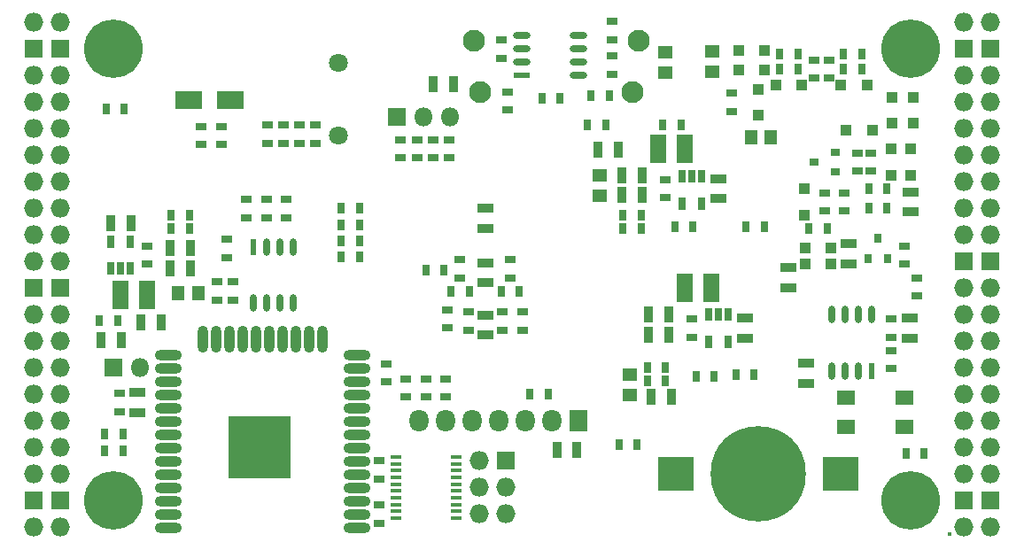
<source format=gbs>
G04 #@! TF.GenerationSoftware,KiCad,Pcbnew,5.0.0-rc2+dfsg1-2*
G04 #@! TF.CreationDate,2018-06-06T21:24:22+02:00*
G04 #@! TF.ProjectId,ulx3s,756C7833732E6B696361645F70636200,rev?*
G04 #@! TF.SameCoordinates,Original*
G04 #@! TF.FileFunction,Soldermask,Bot*
G04 #@! TF.FilePolarity,Negative*
%FSLAX46Y46*%
G04 Gerber Fmt 4.6, Leading zero omitted, Abs format (unit mm)*
G04 Created by KiCad (PCBNEW 5.0.0-rc2+dfsg1-2) date Wed Jun  6 21:24:22 2018*
%MOMM*%
%LPD*%
G01*
G04 APERTURE LIST*
%ADD10O,1.827200X1.827200*%
%ADD11R,1.727200X1.727200*%
%ADD12R,0.700000X1.200000*%
%ADD13C,5.600000*%
%ADD14R,1.000000X0.400000*%
%ADD15R,1.727200X2.032000*%
%ADD16O,1.827200X2.132000*%
%ADD17R,3.500000X3.300000*%
%ADD18C,9.100000*%
%ADD19C,1.800000*%
%ADD20R,0.600000X1.550000*%
%ADD21O,0.700000X1.650000*%
%ADD22O,2.600000X1.000000*%
%ADD23O,1.000000X2.600000*%
%ADD24R,6.000000X6.000000*%
%ADD25R,1.800000X1.400000*%
%ADD26R,0.970000X1.500000*%
%ADD27R,0.670000X1.000000*%
%ADD28R,1.500000X0.970000*%
%ADD29R,1.000000X0.670000*%
%ADD30C,2.100000*%
%ADD31R,1.000000X1.000000*%
%ADD32C,0.400000*%
%ADD33R,1.700000X1.700000*%
%ADD34O,1.800000X1.800000*%
%ADD35R,1.550000X0.600000*%
%ADD36O,1.650000X0.700000*%
%ADD37R,1.500000X2.700000*%
%ADD38R,1.295000X1.400000*%
%ADD39R,1.400000X1.295000*%
%ADD40R,2.500000X1.800000*%
%ADD41R,0.800000X0.900000*%
%ADD42R,0.900000X0.800000*%
G04 APERTURE END LIST*
D10*
G04 #@! TO.C,J1*
X97910000Y-62690000D03*
X95370000Y-62690000D03*
D11*
X97910000Y-65230000D03*
X95370000Y-65230000D03*
D10*
X97910000Y-67770000D03*
X95370000Y-67770000D03*
X97910000Y-70310000D03*
X95370000Y-70310000D03*
X97910000Y-72850000D03*
X95370000Y-72850000D03*
X97910000Y-75390000D03*
X95370000Y-75390000D03*
X97910000Y-77930000D03*
X95370000Y-77930000D03*
X97910000Y-80470000D03*
X95370000Y-80470000D03*
X97910000Y-83010000D03*
X95370000Y-83010000D03*
X97910000Y-85550000D03*
X95370000Y-85550000D03*
D11*
X97910000Y-88090000D03*
X95370000Y-88090000D03*
D10*
X97910000Y-90630000D03*
X95370000Y-90630000D03*
X97910000Y-93170000D03*
X95370000Y-93170000D03*
X97910000Y-95710000D03*
X95370000Y-95710000D03*
X97910000Y-98250000D03*
X95370000Y-98250000D03*
X97910000Y-100790000D03*
X95370000Y-100790000D03*
X97910000Y-103330000D03*
X95370000Y-103330000D03*
X97910000Y-105870000D03*
X95370000Y-105870000D03*
D11*
X97910000Y-108410000D03*
X95370000Y-108410000D03*
D10*
X97910000Y-110950000D03*
X95370000Y-110950000D03*
G04 #@! TD*
D12*
G04 #@! TO.C,U3*
X159825000Y-90600000D03*
X160775000Y-90600000D03*
X161725000Y-90600000D03*
X161725000Y-93200000D03*
X159825000Y-93200000D03*
G04 #@! TD*
G04 #@! TO.C,U4*
X104575000Y-86215000D03*
X103625000Y-86215000D03*
X102675000Y-86215000D03*
X102675000Y-83615000D03*
X104575000Y-83615000D03*
G04 #@! TD*
G04 #@! TO.C,U5*
X157285000Y-77392000D03*
X158235000Y-77392000D03*
X159185000Y-77392000D03*
X159185000Y-79992000D03*
X157285000Y-79992000D03*
G04 #@! TD*
D10*
G04 #@! TO.C,J2*
X184270000Y-110950000D03*
X186810000Y-110950000D03*
D11*
X184270000Y-108410000D03*
X186810000Y-108410000D03*
D10*
X184270000Y-105870000D03*
X186810000Y-105870000D03*
X184270000Y-103330000D03*
X186810000Y-103330000D03*
X184270000Y-100790000D03*
X186810000Y-100790000D03*
X184270000Y-98250000D03*
X186810000Y-98250000D03*
X184270000Y-95710000D03*
X186810000Y-95710000D03*
X184270000Y-93170000D03*
X186810000Y-93170000D03*
X184270000Y-90630000D03*
X186810000Y-90630000D03*
X184270000Y-88090000D03*
X186810000Y-88090000D03*
D11*
X184270000Y-85550000D03*
X186810000Y-85550000D03*
D10*
X184270000Y-83010000D03*
X186810000Y-83010000D03*
X184270000Y-80470000D03*
X186810000Y-80470000D03*
X184270000Y-77930000D03*
X186810000Y-77930000D03*
X184270000Y-75390000D03*
X186810000Y-75390000D03*
X184270000Y-72850000D03*
X186810000Y-72850000D03*
X184270000Y-70310000D03*
X186810000Y-70310000D03*
X184270000Y-67770000D03*
X186810000Y-67770000D03*
D11*
X184270000Y-65230000D03*
X186810000Y-65230000D03*
D10*
X184270000Y-62690000D03*
X186810000Y-62690000D03*
G04 #@! TD*
D13*
G04 #@! TO.C,H1*
X102990000Y-108410000D03*
G04 #@! TD*
G04 #@! TO.C,H2*
X179190000Y-108410000D03*
G04 #@! TD*
G04 #@! TO.C,H3*
X179190000Y-65230000D03*
G04 #@! TD*
G04 #@! TO.C,H4*
X102990000Y-65230000D03*
G04 #@! TD*
D14*
G04 #@! TO.C,U6*
X135735000Y-104215000D03*
X135735000Y-104865000D03*
X135735000Y-105515000D03*
X135735000Y-106165000D03*
X135735000Y-106815000D03*
X135735000Y-107465000D03*
X135735000Y-108115000D03*
X135735000Y-108765000D03*
X135735000Y-109415000D03*
X135735000Y-110065000D03*
X129935000Y-110065000D03*
X129935000Y-109415000D03*
X129935000Y-108765000D03*
X129935000Y-108115000D03*
X129935000Y-107465000D03*
X129935000Y-106815000D03*
X129935000Y-106165000D03*
X129935000Y-105515000D03*
X129935000Y-104865000D03*
X129935000Y-104215000D03*
G04 #@! TD*
D11*
G04 #@! TO.C,J4*
X140455000Y-104600000D03*
D10*
X137915000Y-104600000D03*
X140455000Y-107140000D03*
X137915000Y-107140000D03*
X140455000Y-109680000D03*
X137915000Y-109680000D03*
G04 #@! TD*
D15*
G04 #@! TO.C,OLED1*
X147440000Y-100790000D03*
D16*
X144900000Y-100790000D03*
X142360000Y-100790000D03*
X139820000Y-100790000D03*
X137280000Y-100790000D03*
X134740000Y-100790000D03*
X132200000Y-100790000D03*
G04 #@! TD*
D17*
G04 #@! TO.C,BAT1*
X172485000Y-105870000D03*
X156685000Y-105870000D03*
D18*
X164585000Y-105870000D03*
G04 #@! TD*
D19*
G04 #@! TO.C,AUDIO1*
X124468000Y-66518000D03*
X124468000Y-73518000D03*
G04 #@! TD*
D20*
G04 #@! TO.C,U7*
X175395000Y-96015000D03*
D21*
X174125000Y-96015000D03*
X172855000Y-96015000D03*
X171585000Y-96015000D03*
X171585000Y-90615000D03*
X172855000Y-90615000D03*
X174125000Y-90615000D03*
X175395000Y-90615000D03*
G04 #@! TD*
D20*
G04 #@! TO.C,U10*
X116325000Y-84120000D03*
D21*
X117595000Y-84120000D03*
X118865000Y-84120000D03*
X120135000Y-84120000D03*
X120135000Y-89520000D03*
X118865000Y-89520000D03*
X117595000Y-89520000D03*
X116325000Y-89520000D03*
G04 #@! TD*
D22*
G04 #@! TO.C,U9*
X126230000Y-111000000D03*
X126230000Y-109730000D03*
X126230000Y-108460000D03*
X126230000Y-107190000D03*
X126230000Y-105920000D03*
X126230000Y-104650000D03*
X126230000Y-103380000D03*
X126230000Y-102110000D03*
X126230000Y-100840000D03*
X126230000Y-99570000D03*
X126230000Y-98300000D03*
X126230000Y-97030000D03*
X126230000Y-95760000D03*
X126230000Y-94490000D03*
D23*
X122945000Y-93000000D03*
X121675000Y-93000000D03*
X120405000Y-93000000D03*
X119135000Y-93000000D03*
X117865000Y-93000000D03*
X116595000Y-93000000D03*
X115325000Y-93000000D03*
X114055000Y-93000000D03*
X112785000Y-93000000D03*
X111515000Y-93000000D03*
D22*
X108230000Y-94490000D03*
X108230000Y-95760000D03*
X108230000Y-97030000D03*
X108230000Y-98300000D03*
X108230000Y-99570000D03*
X108230000Y-100840000D03*
X108230000Y-102110000D03*
X108230000Y-103380000D03*
X108230000Y-104650000D03*
X108230000Y-105920000D03*
X108230000Y-107190000D03*
X108230000Y-108460000D03*
X108230000Y-109730000D03*
X108230000Y-111000000D03*
D24*
X116930000Y-103300000D03*
G04 #@! TD*
D25*
G04 #@! TO.C,Y2*
X178576000Y-98522000D03*
X172976000Y-98522000D03*
X172976000Y-101322000D03*
X178576000Y-101322000D03*
G04 #@! TD*
D26*
G04 #@! TO.C,C47*
X133546000Y-68550000D03*
X135456000Y-68550000D03*
G04 #@! TD*
G04 #@! TO.C,C1*
X102748500Y-81885000D03*
X104658500Y-81885000D03*
G04 #@! TD*
D27*
G04 #@! TO.C,C2*
X153985000Y-96910000D03*
X155735000Y-96910000D03*
G04 #@! TD*
D26*
G04 #@! TO.C,C3*
X156015000Y-90630000D03*
X154105000Y-90630000D03*
G04 #@! TD*
G04 #@! TO.C,C4*
X154105000Y-92535000D03*
X156015000Y-92535000D03*
G04 #@! TD*
D28*
G04 #@! TO.C,C5*
X163315000Y-90945000D03*
X163315000Y-92855000D03*
G04 #@! TD*
D27*
G04 #@! TO.C,C6*
X151645000Y-82375000D03*
X153395000Y-82375000D03*
G04 #@! TD*
D26*
G04 #@! TO.C,C7*
X153475000Y-79200000D03*
X151565000Y-79200000D03*
G04 #@! TD*
G04 #@! TO.C,C8*
X153475000Y-77295000D03*
X151565000Y-77295000D03*
G04 #@! TD*
D28*
G04 #@! TO.C,C9*
X160775000Y-79520000D03*
X160775000Y-77610000D03*
G04 #@! TD*
D27*
G04 #@! TO.C,C10*
X108465000Y-81105000D03*
X110215000Y-81105000D03*
G04 #@! TD*
D26*
G04 #@! TO.C,C11*
X108385000Y-84280000D03*
X110295000Y-84280000D03*
G04 #@! TD*
G04 #@! TO.C,C12*
X110295000Y-86185000D03*
X108385000Y-86185000D03*
G04 #@! TD*
D28*
G04 #@! TO.C,C13*
X173221000Y-83833000D03*
X173221000Y-85743000D03*
G04 #@! TD*
D29*
G04 #@! TO.C,C14*
X175380000Y-76900000D03*
X175380000Y-75150000D03*
G04 #@! TD*
D28*
G04 #@! TO.C,C15*
X105276000Y-99967000D03*
X105276000Y-98057000D03*
G04 #@! TD*
G04 #@! TO.C,C16*
X167506000Y-88029000D03*
X167506000Y-86119000D03*
G04 #@! TD*
G04 #@! TO.C,C17*
X138500000Y-90665000D03*
X138500000Y-92575000D03*
G04 #@! TD*
D29*
G04 #@! TO.C,C18*
X150589600Y-64359000D03*
X150589600Y-62609000D03*
G04 #@! TD*
D28*
G04 #@! TO.C,C19*
X138500000Y-82375000D03*
X138500000Y-80465000D03*
G04 #@! TD*
G04 #@! TO.C,C20*
X138500000Y-87575000D03*
X138500000Y-85665000D03*
G04 #@! TD*
D26*
G04 #@! TO.C,C21*
X103706000Y-93061000D03*
X101796000Y-93061000D03*
G04 #@! TD*
G04 #@! TO.C,C22*
X154359000Y-98504000D03*
X156269000Y-98504000D03*
G04 #@! TD*
G04 #@! TO.C,C23*
X105591000Y-91392000D03*
X107501000Y-91392000D03*
G04 #@! TD*
G04 #@! TO.C,C24*
X151189000Y-74882000D03*
X149279000Y-74882000D03*
G04 #@! TD*
D29*
G04 #@! TO.C,C25*
X140900000Y-87095000D03*
X140900000Y-85345000D03*
G04 #@! TD*
G04 #@! TO.C,C26*
X136100000Y-87095000D03*
X136100000Y-85345000D03*
G04 #@! TD*
G04 #@! TO.C,C27*
X136900000Y-92095000D03*
X136900000Y-90345000D03*
G04 #@! TD*
G04 #@! TO.C,C28*
X140100000Y-90345000D03*
X140100000Y-92095000D03*
G04 #@! TD*
G04 #@! TO.C,C29*
X142100000Y-92095000D03*
X142100000Y-90345000D03*
G04 #@! TD*
G04 #@! TO.C,C30*
X134900000Y-90145000D03*
X134900000Y-91895000D03*
G04 #@! TD*
D27*
G04 #@! TO.C,C31*
X135225000Y-88420000D03*
X136975000Y-88420000D03*
G04 #@! TD*
G04 #@! TO.C,C32*
X140025000Y-88420000D03*
X141775000Y-88420000D03*
G04 #@! TD*
G04 #@! TO.C,C33*
X163425000Y-82220000D03*
X165175000Y-82220000D03*
G04 #@! TD*
G04 #@! TO.C,C34*
X158375000Y-82220000D03*
X156625000Y-82220000D03*
G04 #@! TD*
D29*
G04 #@! TO.C,C35*
X177300000Y-94025000D03*
X177300000Y-95775000D03*
G04 #@! TD*
D26*
G04 #@! TO.C,C46*
X145342000Y-103584000D03*
X147252000Y-103584000D03*
G04 #@! TD*
D27*
G04 #@! TO.C,C48*
X103995000Y-70963000D03*
X102245000Y-70963000D03*
G04 #@! TD*
G04 #@! TO.C,C49*
X103372000Y-91156000D03*
X101622000Y-91156000D03*
G04 #@! TD*
D29*
G04 #@! TO.C,C50*
X179713000Y-88856000D03*
X179713000Y-87106000D03*
G04 #@! TD*
D27*
G04 #@! TO.C,C51*
X180473000Y-103856000D03*
X178723000Y-103856000D03*
G04 #@! TD*
G04 #@! TO.C,C52*
X158645000Y-96490000D03*
X160395000Y-96490000D03*
G04 #@! TD*
G04 #@! TO.C,C53*
X132827200Y-86330000D03*
X134577200Y-86330000D03*
G04 #@! TD*
D28*
G04 #@! TO.C,C54*
X169172000Y-95281000D03*
X169172000Y-97191000D03*
G04 #@! TD*
G04 #@! TO.C,D11*
X179190000Y-80790000D03*
X179190000Y-78880000D03*
G04 #@! TD*
D30*
G04 #@! TO.C,GPDI1*
X152546000Y-69312000D03*
X138046000Y-69312000D03*
X153146000Y-64412000D03*
X137446000Y-64412000D03*
G04 #@! TD*
D31*
G04 #@! TO.C,D10*
X169050000Y-84280000D03*
X171550000Y-84280000D03*
G04 #@! TD*
G04 #@! TO.C,D12*
X169030000Y-78585000D03*
X169030000Y-81085000D03*
G04 #@! TD*
G04 #@! TO.C,D13*
X171550000Y-85804000D03*
X169050000Y-85804000D03*
G04 #@! TD*
G04 #@! TO.C,D14*
X179190000Y-74775000D03*
X179190000Y-77275000D03*
G04 #@! TD*
G04 #@! TO.C,D15*
X177285000Y-77275000D03*
X177285000Y-74775000D03*
G04 #@! TD*
G04 #@! TO.C,D16*
X172987000Y-72977000D03*
X175487000Y-72977000D03*
G04 #@! TD*
G04 #@! TO.C,D17*
X164585000Y-69060000D03*
X164585000Y-71560000D03*
G04 #@! TD*
G04 #@! TO.C,D20*
X168756000Y-68659000D03*
X166256000Y-68659000D03*
G04 #@! TD*
G04 #@! TO.C,D21*
X174979000Y-68659000D03*
X172479000Y-68659000D03*
G04 #@! TD*
G04 #@! TO.C,D23*
X165200000Y-67262000D03*
X162700000Y-67262000D03*
G04 #@! TD*
G04 #@! TO.C,D24*
X162700000Y-65357000D03*
X165200000Y-65357000D03*
G04 #@! TD*
G04 #@! TO.C,D25*
X177412000Y-72322000D03*
X177412000Y-69822000D03*
G04 #@! TD*
G04 #@! TO.C,D26*
X179444000Y-69822000D03*
X179444000Y-72322000D03*
G04 #@! TD*
D32*
G04 #@! TO.C,AE1*
X182888000Y-111603000D03*
G04 #@! TD*
D29*
G04 #@! TO.C,R49*
X113277000Y-74360000D03*
X113277000Y-72610000D03*
G04 #@! TD*
G04 #@! TO.C,R50*
X111372000Y-72610000D03*
X111372000Y-74360000D03*
G04 #@! TD*
D27*
G04 #@! TO.C,R51*
X155455000Y-72487000D03*
X157205000Y-72487000D03*
G04 #@! TD*
D29*
G04 #@! TO.C,R52*
X171331000Y-66278000D03*
X171331000Y-68028000D03*
G04 #@! TD*
G04 #@! TO.C,R53*
X169919000Y-68028000D03*
X169919000Y-66278000D03*
G04 #@! TD*
D27*
G04 #@! TO.C,R54*
X174477000Y-65738000D03*
X172727000Y-65738000D03*
G04 #@! TD*
D29*
G04 #@! TO.C,R56*
X128390000Y-106321000D03*
X128390000Y-104571000D03*
G04 #@! TD*
G04 #@! TO.C,R57*
X117722000Y-72483000D03*
X117722000Y-74233000D03*
G04 #@! TD*
G04 #@! TO.C,R58*
X119246000Y-74233000D03*
X119246000Y-72483000D03*
G04 #@! TD*
G04 #@! TO.C,R59*
X120770000Y-72483000D03*
X120770000Y-74233000D03*
G04 #@! TD*
G04 #@! TO.C,R60*
X122294000Y-74233000D03*
X122294000Y-72483000D03*
G04 #@! TD*
D27*
G04 #@! TO.C,R61*
X145655000Y-69900000D03*
X143905000Y-69900000D03*
G04 #@! TD*
D33*
G04 #@! TO.C,J3*
X102990000Y-95710000D03*
D34*
X105530000Y-95710000D03*
G04 #@! TD*
D33*
G04 #@! TO.C,J5*
X130056000Y-71725000D03*
D34*
X132596000Y-71725000D03*
X135136000Y-71725000D03*
G04 #@! TD*
D27*
G04 #@! TO.C,R40*
X166631000Y-65738000D03*
X168381000Y-65738000D03*
G04 #@! TD*
D29*
G04 #@! TO.C,R55*
X134740000Y-96740000D03*
X134740000Y-98490000D03*
G04 #@! TD*
D35*
G04 #@! TO.C,U11*
X141980000Y-67706500D03*
D36*
X141980000Y-66436500D03*
X141980000Y-65166500D03*
X141980000Y-63896500D03*
X147380000Y-63896500D03*
X147380000Y-65166500D03*
X147380000Y-66436500D03*
X147380000Y-67706500D03*
G04 #@! TD*
D28*
G04 #@! TO.C,C55*
X179078000Y-90963000D03*
X179078000Y-92873000D03*
G04 #@! TD*
D29*
G04 #@! TO.C,R65*
X177300000Y-92793000D03*
X177300000Y-91043000D03*
G04 #@! TD*
D37*
G04 #@! TO.C,L1*
X160140000Y-88090000D03*
X157600000Y-88090000D03*
G04 #@! TD*
G04 #@! TO.C,L2*
X103625000Y-88725000D03*
X106165000Y-88725000D03*
G04 #@! TD*
G04 #@! TO.C,L3*
X155060000Y-74755000D03*
X157600000Y-74755000D03*
G04 #@! TD*
D27*
G04 #@! TO.C,R1*
X171175000Y-82375000D03*
X169425000Y-82375000D03*
G04 #@! TD*
D29*
G04 #@! TO.C,R2*
X172840000Y-78960000D03*
X172840000Y-80710000D03*
G04 #@! TD*
G04 #@! TO.C,R3*
X162045000Y-71185000D03*
X162045000Y-69435000D03*
G04 #@! TD*
D27*
G04 #@! TO.C,R4*
X176890000Y-80470000D03*
X175140000Y-80470000D03*
G04 #@! TD*
D29*
G04 #@! TO.C,R5*
X174110000Y-75150000D03*
X174110000Y-76900000D03*
G04 #@! TD*
G04 #@! TO.C,R6*
X178555000Y-85790000D03*
X178555000Y-84040000D03*
G04 #@! TD*
G04 #@! TO.C,R7*
X113785000Y-85155000D03*
X113785000Y-83405000D03*
G04 #@! TD*
G04 #@! TO.C,R8*
X170935000Y-80710000D03*
X170935000Y-78960000D03*
G04 #@! TD*
G04 #@! TO.C,R9*
X128390000Y-110555000D03*
X128390000Y-108805000D03*
G04 #@! TD*
D27*
G04 #@! TO.C,R10*
X151264000Y-103076000D03*
X153014000Y-103076000D03*
G04 #@! TD*
D29*
G04 #@! TO.C,R11*
X119500000Y-81345000D03*
X119500000Y-79595000D03*
G04 #@! TD*
G04 #@! TO.C,R12*
X114420000Y-89219000D03*
X114420000Y-87469000D03*
G04 #@! TD*
D27*
G04 #@! TO.C,R13*
X175140000Y-78565000D03*
X176890000Y-78565000D03*
G04 #@! TD*
G04 #@! TO.C,R14*
X124721000Y-85060000D03*
X126471000Y-85060000D03*
G04 #@! TD*
G04 #@! TO.C,R15*
X126471000Y-83536000D03*
X124721000Y-83536000D03*
G04 #@! TD*
G04 #@! TO.C,R16*
X124721000Y-82012000D03*
X126471000Y-82012000D03*
G04 #@! TD*
G04 #@! TO.C,R17*
X126471000Y-80470000D03*
X124721000Y-80470000D03*
G04 #@! TD*
D29*
G04 #@! TO.C,R18*
X130422000Y-73898000D03*
X130422000Y-75648000D03*
G04 #@! TD*
G04 #@! TO.C,R19*
X131961000Y-73898000D03*
X131961000Y-75648000D03*
G04 #@! TD*
G04 #@! TO.C,R20*
X133485000Y-73898000D03*
X133485000Y-75648000D03*
G04 #@! TD*
G04 #@! TO.C,R21*
X135009000Y-75648000D03*
X135009000Y-73898000D03*
G04 #@! TD*
G04 #@! TO.C,R22*
X140025500Y-66105000D03*
X140025500Y-64355000D03*
G04 #@! TD*
G04 #@! TO.C,R23*
X140597000Y-71076000D03*
X140597000Y-69326000D03*
G04 #@! TD*
G04 #@! TO.C,R24*
X150615000Y-67647000D03*
X150615000Y-65897000D03*
G04 #@! TD*
D27*
G04 #@! TO.C,R25*
X148300000Y-72487000D03*
X150050000Y-72487000D03*
G04 #@! TD*
G04 #@! TO.C,R26*
X150362000Y-69693000D03*
X148612000Y-69693000D03*
G04 #@! TD*
D29*
G04 #@! TO.C,R27*
X129025000Y-95300000D03*
X129025000Y-97050000D03*
G04 #@! TD*
G04 #@! TO.C,R28*
X117595000Y-79595000D03*
X117595000Y-81345000D03*
G04 #@! TD*
G04 #@! TO.C,R29*
X112896000Y-89219000D03*
X112896000Y-87469000D03*
G04 #@! TD*
G04 #@! TO.C,R30*
X115690000Y-79595000D03*
X115690000Y-81345000D03*
G04 #@! TD*
D27*
G04 #@! TO.C,R31*
X142755000Y-98250000D03*
X144505000Y-98250000D03*
G04 #@! TD*
D29*
G04 #@! TO.C,R32*
X132835000Y-98490000D03*
X132835000Y-96740000D03*
G04 #@! TD*
G04 #@! TO.C,R33*
X130930000Y-96740000D03*
X130930000Y-98490000D03*
G04 #@! TD*
D27*
G04 #@! TO.C,R34*
X102115000Y-103600000D03*
X103865000Y-103600000D03*
G04 #@! TD*
G04 #@! TO.C,R35*
X102115000Y-102060000D03*
X103865000Y-102060000D03*
G04 #@! TD*
D29*
G04 #@! TO.C,R38*
X103576500Y-99905000D03*
X103576500Y-98155000D03*
G04 #@! TD*
D27*
G04 #@! TO.C,R39*
X164190000Y-96345000D03*
X162440000Y-96345000D03*
G04 #@! TD*
G04 #@! TO.C,R63*
X168381000Y-67135000D03*
X166631000Y-67135000D03*
G04 #@! TD*
G04 #@! TO.C,R64*
X174475000Y-67120000D03*
X172725000Y-67120000D03*
G04 #@! TD*
G04 #@! TO.C,RA1*
X153985000Y-95640000D03*
X155735000Y-95640000D03*
G04 #@! TD*
G04 #@! TO.C,RA2*
X110215000Y-82375000D03*
X108465000Y-82375000D03*
G04 #@! TD*
G04 #@! TO.C,RA3*
X151645000Y-81105000D03*
X153395000Y-81105000D03*
G04 #@! TD*
D29*
G04 #@! TO.C,RB1*
X158235000Y-92775000D03*
X158235000Y-91025000D03*
G04 #@! TD*
G04 #@! TO.C,RB2*
X106165000Y-85790000D03*
X106165000Y-84040000D03*
G04 #@! TD*
G04 #@! TO.C,RB3*
X155695000Y-79440000D03*
X155695000Y-77690000D03*
G04 #@! TD*
D38*
G04 #@! TO.C,RD9*
X165821500Y-73630000D03*
X163886500Y-73630000D03*
G04 #@! TD*
D39*
G04 #@! TO.C,RD51*
X155710000Y-65550500D03*
X155710000Y-67485500D03*
G04 #@! TD*
G04 #@! TO.C,RD52*
X160155000Y-67358500D03*
X160155000Y-65423500D03*
G04 #@! TD*
G04 #@! TO.C,RP1*
X152281000Y-96393500D03*
X152281000Y-98328500D03*
G04 #@! TD*
D38*
G04 #@! TO.C,RP2*
X111069500Y-88598000D03*
X109134500Y-88598000D03*
G04 #@! TD*
D39*
G04 #@! TO.C,RP3*
X149472000Y-77343500D03*
X149472000Y-79278500D03*
G04 #@! TD*
D40*
G04 #@! TO.C,D8*
X110149000Y-70074000D03*
X114149000Y-70074000D03*
G04 #@! TD*
D41*
G04 #@! TO.C,Q1*
X176015000Y-83280000D03*
X175065000Y-85280000D03*
X176965000Y-85280000D03*
G04 #@! TD*
D42*
G04 #@! TO.C,Q2*
X171935000Y-75075000D03*
X171935000Y-76975000D03*
X169935000Y-76025000D03*
G04 #@! TD*
M02*

</source>
